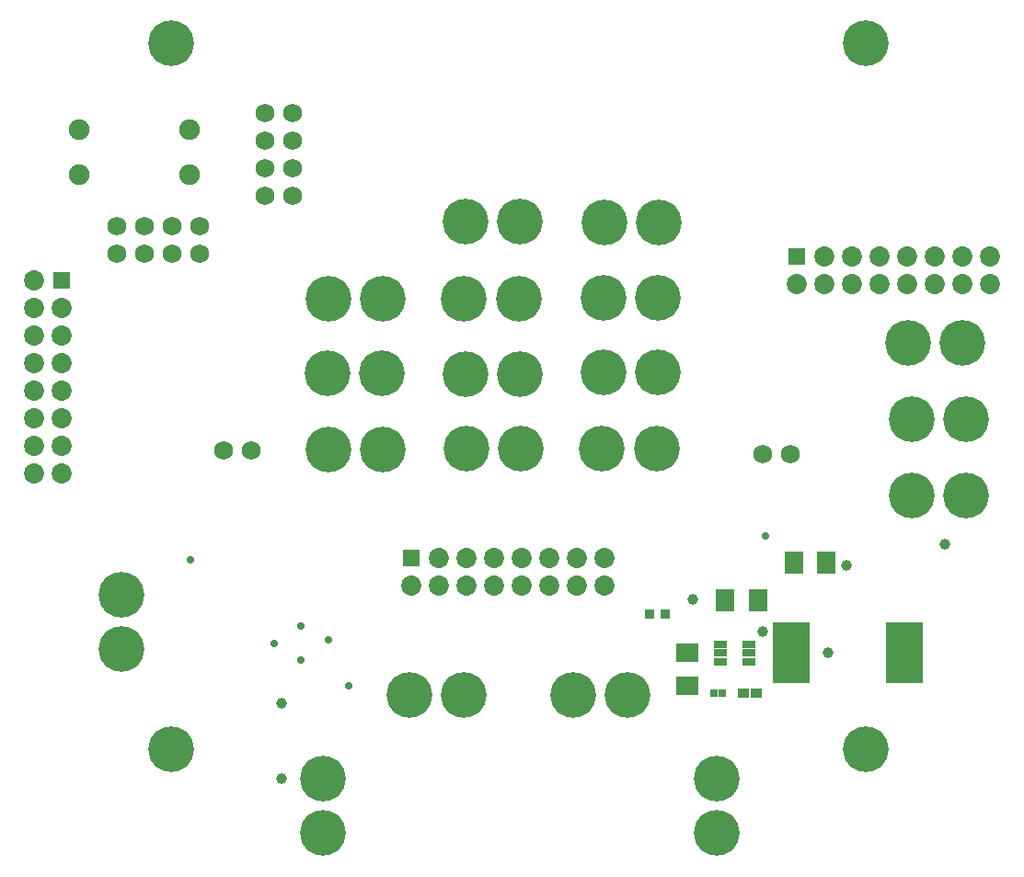
<source format=gbs>
G04 Layer_Color=8150272*
%FSLAX24Y24*%
%MOIN*%
G70*
G01*
G75*
%ADD57R,0.0671X0.0828*%
%ADD58R,0.0375X0.0375*%
%ADD59R,0.0828X0.0671*%
%ADD60R,0.0297X0.0257*%
%ADD69C,0.1655*%
%ADD70C,0.0680*%
%ADD71R,0.0620X0.0620*%
%ADD72C,0.0730*%
%ADD73C,0.0749*%
%ADD74R,0.0620X0.0620*%
%ADD75C,0.0277*%
%ADD76C,0.0395*%
%ADD77R,0.0488X0.0291*%
%ADD78R,0.1340X0.2206*%
%ADD79R,0.0395X0.0336*%
D57*
X33868Y31781D02*
D03*
X32687D02*
D03*
X35177Y33140D02*
D03*
X36358D02*
D03*
D58*
X30502Y31280D02*
D03*
X29951D02*
D03*
D59*
X31299Y29862D02*
D03*
Y28681D02*
D03*
D60*
X32274Y28425D02*
D03*
X32569D02*
D03*
D69*
X27165Y28346D02*
D03*
X29134D02*
D03*
X21260D02*
D03*
X23228D02*
D03*
X18110Y25295D02*
D03*
Y23327D02*
D03*
X32382Y25295D02*
D03*
Y23327D02*
D03*
X30276Y45472D02*
D03*
X28307D02*
D03*
X25236Y45512D02*
D03*
X23268D02*
D03*
X10817Y30020D02*
D03*
Y31988D02*
D03*
X30197Y37283D02*
D03*
X28228D02*
D03*
X30236Y40039D02*
D03*
X28268D02*
D03*
X30236Y42756D02*
D03*
X28268D02*
D03*
X25236Y39961D02*
D03*
X23268D02*
D03*
X25276Y37283D02*
D03*
X23307D02*
D03*
X25197Y42717D02*
D03*
X23228D02*
D03*
X20266D02*
D03*
X18297D02*
D03*
X20285Y37254D02*
D03*
X18317D02*
D03*
X20256Y40000D02*
D03*
X18287D02*
D03*
X41407Y35571D02*
D03*
X39439D02*
D03*
X41398Y38327D02*
D03*
X39429D02*
D03*
X41270Y41093D02*
D03*
X39301D02*
D03*
X37795Y51968D02*
D03*
Y26378D02*
D03*
X12598D02*
D03*
Y51968D02*
D03*
D70*
X15512Y37195D02*
D03*
X14512D02*
D03*
X34045Y37067D02*
D03*
X35045D02*
D03*
X13661Y44354D02*
D03*
X12661D02*
D03*
X11661D02*
D03*
X10661D02*
D03*
X13661Y45354D02*
D03*
X12661D02*
D03*
X11661D02*
D03*
X10661D02*
D03*
X17014Y49429D02*
D03*
Y48429D02*
D03*
Y47429D02*
D03*
Y46429D02*
D03*
X16014Y49429D02*
D03*
Y48429D02*
D03*
Y47429D02*
D03*
Y46429D02*
D03*
D71*
X8661Y43366D02*
D03*
D72*
X7661D02*
D03*
X8661Y42366D02*
D03*
X7661D02*
D03*
X8661Y41366D02*
D03*
X7661D02*
D03*
X8661Y40366D02*
D03*
X7661D02*
D03*
X8661Y39366D02*
D03*
X7661D02*
D03*
X8661Y38366D02*
D03*
X7661D02*
D03*
X8661Y37366D02*
D03*
X7661D02*
D03*
X8661Y36366D02*
D03*
X7661D02*
D03*
X21319Y32307D02*
D03*
X22319Y33307D02*
D03*
Y32307D02*
D03*
X23319Y33307D02*
D03*
Y32307D02*
D03*
X24319Y33307D02*
D03*
Y32307D02*
D03*
X25319Y33307D02*
D03*
Y32307D02*
D03*
X26319Y33307D02*
D03*
Y32307D02*
D03*
X27319Y33307D02*
D03*
Y32307D02*
D03*
X28319Y33307D02*
D03*
Y32307D02*
D03*
X35276Y43242D02*
D03*
X36276Y44242D02*
D03*
Y43242D02*
D03*
X37276Y44242D02*
D03*
Y43242D02*
D03*
X38276Y44242D02*
D03*
Y43242D02*
D03*
X39276Y44242D02*
D03*
Y43242D02*
D03*
X40276Y44242D02*
D03*
Y43242D02*
D03*
X41276Y44242D02*
D03*
Y43242D02*
D03*
X42276Y44242D02*
D03*
Y43242D02*
D03*
D73*
X9270Y48848D02*
D03*
X13270D02*
D03*
Y47195D02*
D03*
X9270D02*
D03*
D74*
X21319Y33307D02*
D03*
X35276Y44242D02*
D03*
D75*
X13317Y33228D02*
D03*
X16348Y30197D02*
D03*
X18327Y30344D02*
D03*
X19045Y28671D02*
D03*
X17303Y29596D02*
D03*
Y30846D02*
D03*
X34134Y34124D02*
D03*
D76*
X16614Y28031D02*
D03*
Y25295D02*
D03*
X36407Y29882D02*
D03*
X37067Y33031D02*
D03*
X31496Y31801D02*
D03*
X40659Y33799D02*
D03*
X34055Y30630D02*
D03*
D77*
X32520Y30187D02*
D03*
Y29872D02*
D03*
Y29557D02*
D03*
X33543D02*
D03*
Y29872D02*
D03*
Y30187D02*
D03*
D78*
X39183Y29882D02*
D03*
X35089D02*
D03*
D79*
X33819Y28425D02*
D03*
X33346D02*
D03*
M02*

</source>
